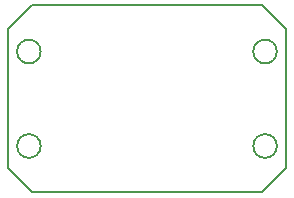
<source format=gbr>
%TF.GenerationSoftware,KiCad,Pcbnew,9.0.2*%
%TF.CreationDate,2025-07-31T21:38:41-05:00*%
%TF.ProjectId,QuiverAttachPCB,51756976-6572-4417-9474-616368504342,rev?*%
%TF.SameCoordinates,Original*%
%TF.FileFunction,Profile,NP*%
%FSLAX46Y46*%
G04 Gerber Fmt 4.6, Leading zero omitted, Abs format (unit mm)*
G04 Created by KiCad (PCBNEW 9.0.2) date 2025-07-31 21:38:41*
%MOMM*%
%LPD*%
G01*
G04 APERTURE LIST*
%TA.AperFunction,Profile*%
%ADD10C,0.200000*%
%TD*%
G04 APERTURE END LIST*
D10*
X121000000Y-137000000D02*
G75*
G02*
X119000000Y-137000000I-1000000J0D01*
G01*
X119000000Y-137000000D02*
G75*
G02*
X121000000Y-137000000I1000000J0D01*
G01*
X121000000Y-129000000D02*
G75*
G02*
X119000000Y-129000000I-1000000J0D01*
G01*
X119000000Y-129000000D02*
G75*
G02*
X121000000Y-129000000I1000000J0D01*
G01*
X100250000Y-140900000D02*
X98250000Y-138900000D01*
X121750000Y-127100000D02*
X121750000Y-138900000D01*
X98250000Y-127100000D02*
X98250000Y-138900000D01*
X119750000Y-140900000D02*
X100250000Y-140900000D01*
X119750000Y-125100000D02*
X100250000Y-125100000D01*
X100250000Y-125100000D02*
X98250000Y-127100000D01*
X121750000Y-138900000D02*
X119750000Y-140900000D01*
X121750000Y-127100000D02*
X119750000Y-125100000D01*
X101000000Y-137000000D02*
G75*
G02*
X99000000Y-137000000I-1000000J0D01*
G01*
X99000000Y-137000000D02*
G75*
G02*
X101000000Y-137000000I1000000J0D01*
G01*
X101000000Y-129000000D02*
G75*
G02*
X99000000Y-129000000I-1000000J0D01*
G01*
X99000000Y-129000000D02*
G75*
G02*
X101000000Y-129000000I1000000J0D01*
G01*
M02*

</source>
